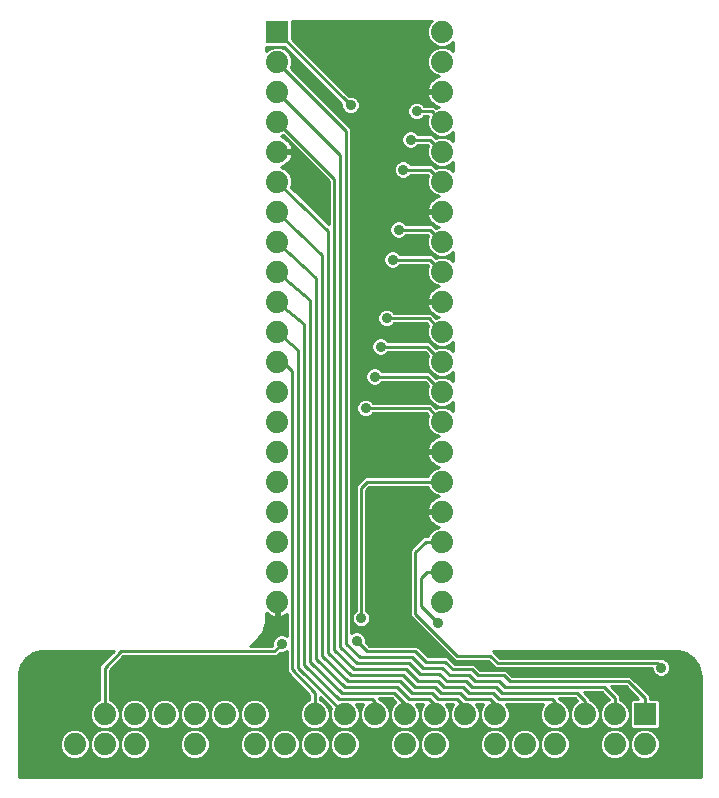
<source format=gbl>
G75*
%MOIN*%
%OFA0B0*%
%FSLAX24Y24*%
%IPPOS*%
%LPD*%
%AMOC8*
5,1,8,0,0,1.08239X$1,22.5*
%
%ADD10R,0.0740X0.0740*%
%ADD11C,0.0740*%
%ADD12C,0.0100*%
%ADD13C,0.0350*%
D10*
X021150Y002400D03*
X008900Y025150D03*
D11*
X008900Y024150D03*
X008900Y023150D03*
X008900Y022150D03*
X008900Y021150D03*
X008900Y020150D03*
X008900Y019150D03*
X008900Y018150D03*
X008900Y017150D03*
X008900Y016150D03*
X008900Y015150D03*
X008900Y014150D03*
X008900Y013150D03*
X008900Y012150D03*
X008900Y011150D03*
X008900Y010150D03*
X008900Y009150D03*
X008900Y008150D03*
X008900Y007150D03*
X008900Y006150D03*
X009150Y002400D03*
X009150Y001400D03*
X010150Y001400D03*
X010150Y002400D03*
X011150Y002400D03*
X011150Y001400D03*
X012150Y001400D03*
X012150Y002400D03*
X013150Y002400D03*
X013150Y001400D03*
X014150Y001400D03*
X014150Y002400D03*
X015150Y002400D03*
X015150Y001400D03*
X016150Y001400D03*
X016150Y002400D03*
X017150Y002400D03*
X017150Y001400D03*
X018150Y001400D03*
X018150Y002400D03*
X019150Y002400D03*
X019150Y001400D03*
X020150Y001400D03*
X020150Y002400D03*
X021150Y001400D03*
X014400Y006150D03*
X014400Y007150D03*
X014400Y008150D03*
X014400Y009150D03*
X014400Y010150D03*
X014400Y011150D03*
X014400Y012150D03*
X014400Y013150D03*
X014400Y014150D03*
X014400Y015150D03*
X014400Y016150D03*
X014400Y017150D03*
X014400Y018150D03*
X014400Y019150D03*
X014400Y020150D03*
X014400Y021150D03*
X014400Y022150D03*
X014400Y023150D03*
X014400Y024150D03*
X014400Y025150D03*
X008150Y002400D03*
X008150Y001400D03*
X007150Y001400D03*
X007150Y002400D03*
X006150Y002400D03*
X006150Y001400D03*
X005150Y001400D03*
X005150Y002400D03*
X004150Y002400D03*
X004150Y001400D03*
X003150Y001400D03*
X003150Y002400D03*
X002150Y002400D03*
X002150Y001400D03*
D12*
X000285Y000285D02*
X000285Y003650D01*
X000296Y003785D01*
X000379Y004043D01*
X000538Y004262D01*
X000757Y004421D01*
X001015Y004504D01*
X001150Y004515D01*
X003460Y004515D01*
X002970Y004025D01*
X002970Y002867D01*
X002867Y002824D01*
X002726Y002683D01*
X002650Y002499D01*
X002650Y002301D01*
X002726Y002117D01*
X002867Y001976D01*
X003051Y001900D01*
X002867Y001824D01*
X002726Y001683D01*
X002650Y001499D01*
X002650Y001301D01*
X002726Y001117D01*
X002867Y000976D01*
X003051Y000900D01*
X003249Y000900D01*
X003433Y000976D01*
X003574Y001117D01*
X003650Y001301D01*
X003726Y001117D01*
X003867Y000976D01*
X004051Y000900D01*
X004249Y000900D01*
X004433Y000976D01*
X004574Y001117D01*
X004650Y001301D01*
X004650Y001499D01*
X004574Y001683D01*
X004433Y001824D01*
X004249Y001900D01*
X004433Y001976D01*
X004574Y002117D01*
X004650Y002301D01*
X004726Y002117D01*
X004867Y001976D01*
X005051Y001900D01*
X005249Y001900D01*
X005433Y001976D01*
X005574Y002117D01*
X005650Y002301D01*
X005726Y002117D01*
X005867Y001976D01*
X006051Y001900D01*
X006249Y001900D01*
X006433Y001976D01*
X006574Y002117D01*
X006650Y002301D01*
X006726Y002117D01*
X006867Y001976D01*
X007051Y001900D01*
X007249Y001900D01*
X007433Y001976D01*
X007574Y002117D01*
X007650Y002301D01*
X007726Y002117D01*
X007867Y001976D01*
X008051Y001900D01*
X008249Y001900D01*
X008433Y001976D01*
X008574Y002117D01*
X008650Y002301D01*
X008650Y002499D01*
X008574Y002683D01*
X008433Y002824D01*
X008249Y002900D01*
X008051Y002900D01*
X007867Y002824D01*
X007726Y002683D01*
X007650Y002499D01*
X007650Y002301D01*
X007650Y002499D01*
X007574Y002683D01*
X007433Y002824D01*
X007249Y002900D01*
X007051Y002900D01*
X006867Y002824D01*
X006726Y002683D01*
X006650Y002499D01*
X006650Y002301D01*
X006650Y002499D01*
X006574Y002683D01*
X006433Y002824D01*
X006249Y002900D01*
X006051Y002900D01*
X005867Y002824D01*
X005726Y002683D01*
X005650Y002499D01*
X005650Y002301D01*
X005650Y002499D01*
X005574Y002683D01*
X005433Y002824D01*
X005249Y002900D01*
X005051Y002900D01*
X004867Y002824D01*
X004726Y002683D01*
X004650Y002499D01*
X004650Y002301D01*
X004650Y002499D01*
X004574Y002683D01*
X004433Y002824D01*
X004249Y002900D01*
X004051Y002900D01*
X003867Y002824D01*
X003726Y002683D01*
X003650Y002499D01*
X003650Y002301D01*
X003726Y002117D01*
X003867Y001976D01*
X004051Y001900D01*
X004249Y001900D01*
X004051Y001900D01*
X003867Y001824D01*
X003726Y001683D01*
X003650Y001499D01*
X003650Y001301D01*
X003650Y001499D01*
X003574Y001683D01*
X003433Y001824D01*
X003249Y001900D01*
X003051Y001900D01*
X003249Y001900D01*
X003433Y001976D01*
X003574Y002117D01*
X003650Y002301D01*
X003650Y002499D01*
X003574Y002683D01*
X003433Y002824D01*
X003330Y002867D01*
X003330Y003875D01*
X003775Y004320D01*
X008875Y004320D01*
X009000Y004445D01*
X009111Y004445D01*
X009220Y004490D01*
X009220Y003903D01*
X009218Y003831D01*
X009220Y003829D01*
X009220Y003825D01*
X009271Y003775D01*
X009970Y003029D01*
X009970Y002867D01*
X009867Y002824D01*
X009726Y002683D01*
X009650Y002499D01*
X009650Y002301D01*
X009726Y002117D01*
X009867Y001976D01*
X010051Y001900D01*
X009867Y001824D01*
X009726Y001683D01*
X009650Y001499D01*
X009574Y001683D01*
X009433Y001824D01*
X009249Y001900D01*
X009051Y001900D01*
X008867Y001824D01*
X008726Y001683D01*
X008650Y001499D01*
X008650Y001301D01*
X008726Y001117D01*
X008867Y000976D01*
X009051Y000900D01*
X009249Y000900D01*
X009433Y000976D01*
X009574Y001117D01*
X009650Y001301D01*
X009650Y001499D01*
X009650Y001301D01*
X009726Y001117D01*
X009867Y000976D01*
X010051Y000900D01*
X010249Y000900D01*
X010433Y000976D01*
X010574Y001117D01*
X010650Y001301D01*
X010726Y001117D01*
X010867Y000976D01*
X011051Y000900D01*
X011249Y000900D01*
X011433Y000976D01*
X011574Y001117D01*
X011650Y001301D01*
X011650Y001499D01*
X011574Y001683D01*
X011433Y001824D01*
X011249Y001900D01*
X011051Y001900D01*
X010867Y001824D01*
X010726Y001683D01*
X010650Y001499D01*
X010650Y001301D01*
X010650Y001499D01*
X010574Y001683D01*
X010433Y001824D01*
X010249Y001900D01*
X010051Y001900D01*
X010249Y001900D01*
X010433Y001976D01*
X010574Y002117D01*
X010650Y002301D01*
X010726Y002117D01*
X010867Y001976D01*
X011051Y001900D01*
X011249Y001900D01*
X011433Y001976D01*
X011574Y002117D01*
X011650Y002301D01*
X011726Y002117D01*
X011867Y001976D01*
X012051Y001900D01*
X012249Y001900D01*
X012433Y001976D01*
X012574Y002117D01*
X012650Y002301D01*
X012726Y002117D01*
X012867Y001976D01*
X013051Y001900D01*
X012867Y001824D01*
X012726Y001683D01*
X012650Y001499D01*
X012650Y001301D01*
X012726Y001117D01*
X012867Y000976D01*
X013051Y000900D01*
X013249Y000900D01*
X013433Y000976D01*
X013574Y001117D01*
X013650Y001301D01*
X013726Y001117D01*
X013867Y000976D01*
X014051Y000900D01*
X014249Y000900D01*
X014433Y000976D01*
X014574Y001117D01*
X014650Y001301D01*
X014650Y001499D01*
X014574Y001683D01*
X014433Y001824D01*
X014249Y001900D01*
X014051Y001900D01*
X013867Y001824D01*
X013726Y001683D01*
X013650Y001499D01*
X013650Y001301D01*
X013650Y001499D01*
X013574Y001683D01*
X013433Y001824D01*
X013249Y001900D01*
X013051Y001900D01*
X013249Y001900D01*
X013433Y001976D01*
X013574Y002117D01*
X013650Y002301D01*
X013726Y002117D01*
X013867Y001976D01*
X014051Y001900D01*
X014249Y001900D01*
X014433Y001976D01*
X014574Y002117D01*
X014650Y002301D01*
X014726Y002117D01*
X014867Y001976D01*
X015051Y001900D01*
X015249Y001900D01*
X015433Y001976D01*
X015574Y002117D01*
X015650Y002301D01*
X015726Y002117D01*
X015867Y001976D01*
X016051Y001900D01*
X015867Y001824D01*
X015726Y001683D01*
X015650Y001499D01*
X015650Y001301D01*
X015726Y001117D01*
X015867Y000976D01*
X016051Y000900D01*
X016249Y000900D01*
X016433Y000976D01*
X016574Y001117D01*
X016650Y001301D01*
X016650Y001499D01*
X016574Y001683D01*
X016433Y001824D01*
X016249Y001900D01*
X016051Y001900D01*
X016249Y001900D01*
X016433Y001976D01*
X016574Y002117D01*
X016650Y002301D01*
X016650Y002499D01*
X016574Y002683D01*
X016537Y002720D01*
X017763Y002720D01*
X017726Y002683D01*
X017650Y002499D01*
X017650Y002301D01*
X017726Y002117D01*
X017867Y001976D01*
X018051Y001900D01*
X017867Y001824D01*
X017726Y001683D01*
X017650Y001499D01*
X017574Y001683D01*
X017433Y001824D01*
X017249Y001900D01*
X017051Y001900D01*
X016867Y001824D01*
X016726Y001683D01*
X016650Y001499D01*
X016650Y001301D01*
X016726Y001117D01*
X016867Y000976D01*
X017051Y000900D01*
X017249Y000900D01*
X017433Y000976D01*
X017574Y001117D01*
X017650Y001301D01*
X017650Y001499D01*
X017650Y001301D01*
X017726Y001117D01*
X017867Y000976D01*
X018051Y000900D01*
X018249Y000900D01*
X018433Y000976D01*
X018574Y001117D01*
X018650Y001301D01*
X018650Y001499D01*
X018574Y001683D01*
X018433Y001824D01*
X018249Y001900D01*
X018051Y001900D01*
X018249Y001900D01*
X018433Y001976D01*
X018574Y002117D01*
X018650Y002301D01*
X018726Y002117D01*
X018867Y001976D01*
X019051Y001900D01*
X019249Y001900D01*
X019433Y001976D01*
X019574Y002117D01*
X019650Y002301D01*
X019726Y002117D01*
X019867Y001976D01*
X020051Y001900D01*
X019867Y001824D01*
X019726Y001683D01*
X019650Y001499D01*
X019650Y001301D01*
X019726Y001117D01*
X019867Y000976D01*
X020051Y000900D01*
X020249Y000900D01*
X020433Y000976D01*
X020574Y001117D01*
X020650Y001301D01*
X020650Y001499D01*
X020574Y001683D01*
X020433Y001824D01*
X020249Y001900D01*
X020051Y001900D01*
X020249Y001900D01*
X020433Y001976D01*
X020574Y002117D01*
X020650Y002301D01*
X020650Y002499D01*
X020574Y002683D01*
X020433Y002824D01*
X020330Y002867D01*
X020330Y003025D01*
X020035Y003320D01*
X020525Y003320D01*
X020945Y002900D01*
X020726Y002900D01*
X020650Y002824D01*
X020650Y001976D01*
X020726Y001900D01*
X021574Y001900D01*
X021650Y001976D01*
X021650Y002824D01*
X021574Y002900D01*
X021330Y002900D01*
X021330Y003025D01*
X020780Y003575D01*
X020675Y003680D01*
X016725Y003680D01*
X016630Y003775D01*
X016525Y003880D01*
X015675Y003880D01*
X015580Y003975D01*
X015475Y004080D01*
X014825Y004080D01*
X014680Y004225D01*
X014575Y004330D01*
X013925Y004330D01*
X013575Y004680D01*
X011975Y004680D01*
X011855Y004800D01*
X011855Y004911D01*
X011809Y005023D01*
X011723Y005109D01*
X011611Y005155D01*
X011489Y005155D01*
X011380Y005110D01*
X011380Y021925D01*
X009357Y023947D01*
X009400Y024051D01*
X009400Y024249D01*
X009324Y024433D01*
X009183Y024574D01*
X008999Y024650D01*
X008801Y024650D01*
X008617Y024574D01*
X008535Y024492D01*
X008535Y024650D01*
X009145Y024650D01*
X011045Y022750D01*
X011045Y022639D01*
X011091Y022527D01*
X011177Y022441D01*
X011289Y022395D01*
X011411Y022395D01*
X011523Y022441D01*
X011609Y022527D01*
X011655Y022639D01*
X011655Y022761D01*
X011609Y022873D01*
X011523Y022959D01*
X011411Y023005D01*
X011300Y023005D01*
X009400Y024905D01*
X009400Y025515D01*
X014058Y025515D01*
X013976Y025433D01*
X013900Y025249D01*
X013900Y025051D01*
X013976Y024867D01*
X014117Y024726D01*
X014301Y024650D01*
X014117Y024574D01*
X013976Y024433D01*
X013900Y024249D01*
X013900Y024051D01*
X013976Y023867D01*
X014117Y023726D01*
X014282Y023658D01*
X014278Y023657D01*
X014200Y023632D01*
X014127Y023595D01*
X014061Y023547D01*
X014003Y023489D01*
X013955Y023423D01*
X013918Y023350D01*
X013893Y023272D01*
X013881Y023200D01*
X014350Y023200D01*
X014350Y023100D01*
X013881Y023100D01*
X013893Y023028D01*
X013918Y022950D01*
X013955Y022877D01*
X014003Y022811D01*
X014061Y022753D01*
X014127Y022705D01*
X014200Y022668D01*
X014278Y022643D01*
X014282Y022642D01*
X014197Y022607D01*
X014125Y022680D01*
X013801Y022680D01*
X013723Y022759D01*
X013611Y022805D01*
X013489Y022805D01*
X013377Y022759D01*
X013291Y022673D01*
X013245Y022561D01*
X013245Y022439D01*
X013291Y022327D01*
X013377Y022241D01*
X013489Y022195D01*
X013611Y022195D01*
X013723Y022241D01*
X013801Y022320D01*
X013929Y022320D01*
X013900Y022249D01*
X013900Y022051D01*
X013976Y021867D01*
X014117Y021726D01*
X014301Y021650D01*
X014197Y021607D01*
X014075Y021730D01*
X013601Y021730D01*
X013523Y021809D01*
X013411Y021855D01*
X013289Y021855D01*
X013177Y021809D01*
X013091Y021723D01*
X013045Y021611D01*
X013045Y021489D01*
X013091Y021377D01*
X013177Y021291D01*
X013289Y021245D01*
X013411Y021245D01*
X013523Y021291D01*
X013601Y021370D01*
X013925Y021370D01*
X013943Y021353D01*
X013900Y021249D01*
X013900Y021051D01*
X013976Y020867D01*
X014117Y020726D01*
X014301Y020650D01*
X014197Y020607D01*
X014075Y020730D01*
X013351Y020730D01*
X013273Y020809D01*
X013161Y020855D01*
X013039Y020855D01*
X012927Y020809D01*
X012841Y020723D01*
X012795Y020611D01*
X012795Y020489D01*
X012841Y020377D01*
X012927Y020291D01*
X013039Y020245D01*
X013161Y020245D01*
X013273Y020291D01*
X013351Y020370D01*
X013925Y020370D01*
X013943Y020353D01*
X013900Y020249D01*
X013900Y020051D01*
X013976Y019867D01*
X014117Y019726D01*
X014282Y019658D01*
X014278Y019657D01*
X014200Y019632D01*
X014127Y019595D01*
X014061Y019547D01*
X014003Y019489D01*
X013955Y019423D01*
X013918Y019350D01*
X013893Y019272D01*
X013881Y019200D01*
X014350Y019200D01*
X014350Y019100D01*
X013881Y019100D01*
X013893Y019028D01*
X013918Y018950D01*
X013955Y018877D01*
X014003Y018811D01*
X014061Y018753D01*
X014127Y018705D01*
X014200Y018668D01*
X014278Y018643D01*
X014282Y018642D01*
X014197Y018607D01*
X014075Y018730D01*
X013201Y018730D01*
X013123Y018809D01*
X013011Y018855D01*
X012889Y018855D01*
X012777Y018809D01*
X012691Y018723D01*
X012645Y018611D01*
X012645Y018489D01*
X012691Y018377D01*
X012777Y018291D01*
X012889Y018245D01*
X013011Y018245D01*
X013123Y018291D01*
X013201Y018370D01*
X013925Y018370D01*
X013943Y018353D01*
X013900Y018249D01*
X013900Y018051D01*
X013976Y017867D01*
X014117Y017726D01*
X014301Y017650D01*
X014197Y017607D01*
X014075Y017730D01*
X013001Y017730D01*
X012923Y017809D01*
X012811Y017855D01*
X012689Y017855D01*
X012577Y017809D01*
X012491Y017723D01*
X012445Y017611D01*
X012445Y017489D01*
X012491Y017377D01*
X012577Y017291D01*
X012689Y017245D01*
X012811Y017245D01*
X012923Y017291D01*
X013001Y017370D01*
X013925Y017370D01*
X013943Y017353D01*
X013900Y017249D01*
X013900Y017051D01*
X013976Y016867D01*
X014117Y016726D01*
X014282Y016658D01*
X014278Y016657D01*
X014200Y016632D01*
X014127Y016595D01*
X014061Y016547D01*
X014003Y016489D01*
X013955Y016423D01*
X013918Y016350D01*
X013893Y016272D01*
X013881Y016200D01*
X014350Y016200D01*
X014350Y016100D01*
X013881Y016100D01*
X013893Y016028D01*
X013918Y015950D01*
X013955Y015877D01*
X014003Y015811D01*
X014061Y015753D01*
X014127Y015705D01*
X014200Y015668D01*
X014278Y015643D01*
X014282Y015642D01*
X014197Y015607D01*
X014025Y015780D01*
X012801Y015780D01*
X012723Y015859D01*
X012611Y015905D01*
X012489Y015905D01*
X012377Y015859D01*
X012291Y015773D01*
X012245Y015661D01*
X012245Y015539D01*
X012291Y015427D01*
X012377Y015341D01*
X012489Y015295D01*
X012611Y015295D01*
X012723Y015341D01*
X012801Y015420D01*
X013875Y015420D01*
X013943Y015353D01*
X013900Y015249D01*
X013900Y015051D01*
X013976Y014867D01*
X014117Y014726D01*
X014301Y014650D01*
X014197Y014607D01*
X013975Y014830D01*
X012601Y014830D01*
X012523Y014909D01*
X012411Y014955D01*
X012289Y014955D01*
X012177Y014909D01*
X012091Y014823D01*
X012045Y014711D01*
X012045Y014589D01*
X012091Y014477D01*
X012177Y014391D01*
X012289Y014345D01*
X012411Y014345D01*
X012523Y014391D01*
X012601Y014470D01*
X013825Y014470D01*
X013943Y014353D01*
X013900Y014249D01*
X013900Y014051D01*
X013976Y013867D01*
X014117Y013726D01*
X014301Y013650D01*
X014197Y013607D01*
X013975Y013830D01*
X012401Y013830D01*
X012323Y013909D01*
X012211Y013955D01*
X012089Y013955D01*
X011977Y013909D01*
X011891Y013823D01*
X011845Y013711D01*
X011845Y013589D01*
X011891Y013477D01*
X011977Y013391D01*
X012089Y013345D01*
X012211Y013345D01*
X012323Y013391D01*
X012401Y013470D01*
X013825Y013470D01*
X013943Y013353D01*
X013900Y013249D01*
X013900Y013051D01*
X013976Y012867D01*
X014117Y012726D01*
X014301Y012650D01*
X014197Y012607D01*
X014130Y012675D01*
X014025Y012780D01*
X012101Y012780D01*
X012023Y012859D01*
X011911Y012905D01*
X011789Y012905D01*
X011677Y012859D01*
X011591Y012773D01*
X011545Y012661D01*
X011545Y012539D01*
X011591Y012427D01*
X011677Y012341D01*
X011789Y012295D01*
X011911Y012295D01*
X012023Y012341D01*
X012101Y012420D01*
X013875Y012420D01*
X013943Y012353D01*
X013900Y012249D01*
X013900Y012051D01*
X013976Y011867D01*
X014117Y011726D01*
X014282Y011658D01*
X014278Y011657D01*
X014200Y011632D01*
X014127Y011595D01*
X014061Y011547D01*
X014003Y011489D01*
X013955Y011423D01*
X013918Y011350D01*
X013893Y011272D01*
X013881Y011200D01*
X014350Y011200D01*
X014350Y011100D01*
X013881Y011100D01*
X013893Y011028D01*
X013918Y010950D01*
X013955Y010877D01*
X014003Y010811D01*
X014061Y010753D01*
X014127Y010705D01*
X014200Y010668D01*
X014278Y010643D01*
X014282Y010642D01*
X014117Y010574D01*
X013976Y010433D01*
X013933Y010330D01*
X011825Y010330D01*
X011625Y010130D01*
X011520Y010025D01*
X011520Y005851D01*
X011441Y005773D01*
X011395Y005661D01*
X011395Y005539D01*
X011441Y005427D01*
X011527Y005341D01*
X011639Y005295D01*
X011761Y005295D01*
X011873Y005341D01*
X011959Y005427D01*
X012005Y005539D01*
X012005Y005661D01*
X011959Y005773D01*
X011880Y005851D01*
X011880Y009875D01*
X011975Y009970D01*
X013933Y009970D01*
X013976Y009867D01*
X014117Y009726D01*
X014282Y009658D01*
X014278Y009657D01*
X014200Y009632D01*
X014127Y009595D01*
X014061Y009547D01*
X014003Y009489D01*
X013955Y009423D01*
X013918Y009350D01*
X013893Y009272D01*
X013881Y009200D01*
X014350Y009200D01*
X014350Y009100D01*
X013881Y009100D01*
X013893Y009028D01*
X013918Y008950D01*
X013955Y008877D01*
X014003Y008811D01*
X014061Y008753D01*
X014127Y008705D01*
X014200Y008668D01*
X014278Y008643D01*
X014282Y008642D01*
X014117Y008574D01*
X013976Y008433D01*
X013933Y008330D01*
X013775Y008330D01*
X013670Y008225D01*
X013320Y007875D01*
X013320Y005675D01*
X013425Y005570D01*
X014825Y004170D01*
X015925Y004170D01*
X016175Y003920D01*
X021395Y003920D01*
X021395Y003889D01*
X021441Y003777D01*
X021527Y003691D01*
X021639Y003645D01*
X021761Y003645D01*
X021873Y003691D01*
X021959Y003777D01*
X022005Y003889D01*
X022005Y004011D01*
X021959Y004123D01*
X021873Y004209D01*
X021761Y004255D01*
X021650Y004255D01*
X021625Y004280D01*
X016325Y004280D01*
X016180Y004425D01*
X016090Y004515D01*
X022150Y004515D01*
X022285Y004504D01*
X022543Y004421D01*
X022762Y004262D01*
X022921Y004043D01*
X023004Y003785D01*
X023015Y003650D01*
X023015Y000285D01*
X000285Y000285D01*
X000285Y000347D02*
X023015Y000347D01*
X023015Y000446D02*
X000285Y000446D01*
X000285Y000544D02*
X023015Y000544D01*
X023015Y000643D02*
X000285Y000643D01*
X000285Y000741D02*
X023015Y000741D01*
X023015Y000840D02*
X000285Y000840D01*
X000285Y000938D02*
X001959Y000938D01*
X002051Y000900D02*
X002249Y000900D01*
X002433Y000976D01*
X002574Y001117D01*
X002650Y001301D01*
X002650Y001499D01*
X002574Y001683D01*
X002433Y001824D01*
X002249Y001900D01*
X002051Y001900D01*
X001867Y001824D01*
X001726Y001683D01*
X001650Y001499D01*
X001650Y001301D01*
X001726Y001117D01*
X001867Y000976D01*
X002051Y000900D01*
X001806Y001037D02*
X000285Y001037D01*
X000285Y001135D02*
X001719Y001135D01*
X001678Y001234D02*
X000285Y001234D01*
X000285Y001332D02*
X001650Y001332D01*
X001650Y001431D02*
X000285Y001431D01*
X000285Y001529D02*
X001662Y001529D01*
X001703Y001628D02*
X000285Y001628D01*
X000285Y001726D02*
X001769Y001726D01*
X001868Y001825D02*
X000285Y001825D01*
X000285Y001923D02*
X002995Y001923D01*
X002868Y001825D02*
X002432Y001825D01*
X002531Y001726D02*
X002769Y001726D01*
X002703Y001628D02*
X002597Y001628D01*
X002638Y001529D02*
X002662Y001529D01*
X002650Y001431D02*
X002650Y001431D01*
X002650Y001332D02*
X002650Y001332D01*
X002622Y001234D02*
X002678Y001234D01*
X002719Y001135D02*
X002581Y001135D01*
X002494Y001037D02*
X002806Y001037D01*
X002959Y000938D02*
X002341Y000938D01*
X003341Y000938D02*
X003959Y000938D01*
X003806Y001037D02*
X003494Y001037D01*
X003581Y001135D02*
X003719Y001135D01*
X003678Y001234D02*
X003622Y001234D01*
X003650Y001332D02*
X003650Y001332D01*
X003650Y001431D02*
X003650Y001431D01*
X003638Y001529D02*
X003662Y001529D01*
X003703Y001628D02*
X003597Y001628D01*
X003531Y001726D02*
X003769Y001726D01*
X003868Y001825D02*
X003432Y001825D01*
X003305Y001923D02*
X003995Y001923D01*
X003821Y002022D02*
X003479Y002022D01*
X003575Y002120D02*
X003725Y002120D01*
X003684Y002219D02*
X003616Y002219D01*
X003650Y002317D02*
X003650Y002317D01*
X003650Y002416D02*
X003650Y002416D01*
X003644Y002514D02*
X003656Y002514D01*
X003697Y002613D02*
X003603Y002613D01*
X003546Y002711D02*
X003754Y002711D01*
X003852Y002810D02*
X003448Y002810D01*
X003330Y002908D02*
X009970Y002908D01*
X009970Y003007D02*
X003330Y003007D01*
X003330Y003105D02*
X009899Y003105D01*
X009806Y003204D02*
X003330Y003204D01*
X003330Y003302D02*
X009714Y003302D01*
X009622Y003401D02*
X003330Y003401D01*
X003330Y003499D02*
X009529Y003499D01*
X009437Y003598D02*
X003330Y003598D01*
X003330Y003696D02*
X009345Y003696D01*
X009251Y003795D02*
X003330Y003795D01*
X003348Y003893D02*
X009220Y003893D01*
X009220Y003992D02*
X003446Y003992D01*
X003545Y004090D02*
X009220Y004090D01*
X009220Y004189D02*
X003643Y004189D01*
X003742Y004287D02*
X009220Y004287D01*
X009220Y004386D02*
X008940Y004386D01*
X008800Y004500D02*
X009050Y004750D01*
X008773Y004878D02*
X008242Y004878D01*
X008213Y004837D02*
X008424Y005128D01*
X008424Y005128D01*
X008535Y005470D01*
X008535Y005780D01*
X008561Y005753D01*
X008627Y005705D01*
X008700Y005668D01*
X008778Y005643D01*
X008850Y005631D01*
X008850Y006100D01*
X008950Y006100D01*
X008950Y005631D01*
X009022Y005643D01*
X009100Y005668D01*
X009173Y005705D01*
X009220Y005740D01*
X009220Y005010D01*
X009111Y005055D01*
X008989Y005055D01*
X008877Y005009D01*
X008791Y004923D01*
X008745Y004811D01*
X008745Y004700D01*
X008725Y004680D01*
X007996Y004680D01*
X008213Y004837D01*
X008213Y004837D01*
X008213Y004837D01*
X008133Y004780D02*
X008745Y004780D01*
X008726Y004681D02*
X007997Y004681D01*
X008314Y004977D02*
X008845Y004977D01*
X009220Y005174D02*
X008439Y005174D01*
X008471Y005272D02*
X009220Y005272D01*
X009220Y005371D02*
X008503Y005371D01*
X008535Y005469D02*
X009220Y005469D01*
X009220Y005568D02*
X008535Y005568D01*
X008535Y005666D02*
X008707Y005666D01*
X008850Y005666D02*
X008950Y005666D01*
X008950Y005765D02*
X008850Y005765D01*
X008850Y005863D02*
X008950Y005863D01*
X008950Y005962D02*
X008850Y005962D01*
X008850Y006060D02*
X008950Y006060D01*
X009093Y005666D02*
X009220Y005666D01*
X009220Y005075D02*
X008385Y005075D01*
X008800Y004500D02*
X003700Y004500D01*
X003150Y003950D01*
X003150Y002400D01*
X002852Y002810D02*
X000285Y002810D01*
X000285Y002908D02*
X002970Y002908D01*
X002970Y003007D02*
X000285Y003007D01*
X000285Y003105D02*
X002970Y003105D01*
X002970Y003204D02*
X000285Y003204D01*
X000285Y003302D02*
X002970Y003302D01*
X002970Y003401D02*
X000285Y003401D01*
X000285Y003499D02*
X002970Y003499D01*
X002970Y003598D02*
X000285Y003598D01*
X000289Y003696D02*
X002970Y003696D01*
X002970Y003795D02*
X000299Y003795D01*
X000331Y003893D02*
X002970Y003893D01*
X002970Y003992D02*
X000363Y003992D01*
X000414Y004090D02*
X003035Y004090D01*
X003134Y004189D02*
X000485Y004189D01*
X000573Y004287D02*
X003232Y004287D01*
X003331Y004386D02*
X000709Y004386D01*
X000952Y004484D02*
X003429Y004484D01*
X002754Y002711D02*
X000285Y002711D01*
X000285Y002613D02*
X002697Y002613D01*
X002656Y002514D02*
X000285Y002514D01*
X000285Y002416D02*
X002650Y002416D01*
X002650Y002317D02*
X000285Y002317D01*
X000285Y002219D02*
X002684Y002219D01*
X002725Y002120D02*
X000285Y002120D01*
X000285Y002022D02*
X002821Y002022D01*
X004305Y001923D02*
X004995Y001923D01*
X004821Y002022D02*
X004479Y002022D01*
X004575Y002120D02*
X004725Y002120D01*
X004684Y002219D02*
X004616Y002219D01*
X004650Y002317D02*
X004650Y002317D01*
X004650Y002416D02*
X004650Y002416D01*
X004644Y002514D02*
X004656Y002514D01*
X004697Y002613D02*
X004603Y002613D01*
X004546Y002711D02*
X004754Y002711D01*
X004852Y002810D02*
X004448Y002810D01*
X004432Y001825D02*
X005868Y001825D01*
X005867Y001824D02*
X005726Y001683D01*
X005650Y001499D01*
X005650Y001301D01*
X005726Y001117D01*
X005867Y000976D01*
X006051Y000900D01*
X006249Y000900D01*
X006433Y000976D01*
X006574Y001117D01*
X006650Y001301D01*
X006650Y001499D01*
X006574Y001683D01*
X006433Y001824D01*
X006249Y001900D01*
X006051Y001900D01*
X005867Y001824D01*
X005769Y001726D02*
X004531Y001726D01*
X004597Y001628D02*
X005703Y001628D01*
X005662Y001529D02*
X004638Y001529D01*
X004650Y001431D02*
X005650Y001431D01*
X005650Y001332D02*
X004650Y001332D01*
X004622Y001234D02*
X005678Y001234D01*
X005719Y001135D02*
X004581Y001135D01*
X004494Y001037D02*
X005806Y001037D01*
X005959Y000938D02*
X004341Y000938D01*
X005305Y001923D02*
X005995Y001923D01*
X005821Y002022D02*
X005479Y002022D01*
X005575Y002120D02*
X005725Y002120D01*
X005684Y002219D02*
X005616Y002219D01*
X005650Y002317D02*
X005650Y002317D01*
X005650Y002416D02*
X005650Y002416D01*
X005644Y002514D02*
X005656Y002514D01*
X005697Y002613D02*
X005603Y002613D01*
X005546Y002711D02*
X005754Y002711D01*
X005852Y002810D02*
X005448Y002810D01*
X006448Y002810D02*
X006852Y002810D01*
X006754Y002711D02*
X006546Y002711D01*
X006603Y002613D02*
X006697Y002613D01*
X006656Y002514D02*
X006644Y002514D01*
X006650Y002416D02*
X006650Y002416D01*
X006650Y002317D02*
X006650Y002317D01*
X006616Y002219D02*
X006684Y002219D01*
X006725Y002120D02*
X006575Y002120D01*
X006479Y002022D02*
X006821Y002022D01*
X006995Y001923D02*
X006305Y001923D01*
X006432Y001825D02*
X007868Y001825D01*
X007867Y001824D02*
X007726Y001683D01*
X007650Y001499D01*
X007650Y001301D01*
X007726Y001117D01*
X007867Y000976D01*
X008051Y000900D01*
X008249Y000900D01*
X008433Y000976D01*
X008574Y001117D01*
X008650Y001301D01*
X008650Y001499D01*
X008574Y001683D01*
X008433Y001824D01*
X008249Y001900D01*
X008051Y001900D01*
X007867Y001824D01*
X007769Y001726D02*
X006531Y001726D01*
X006597Y001628D02*
X007703Y001628D01*
X007662Y001529D02*
X006638Y001529D01*
X006650Y001431D02*
X007650Y001431D01*
X007650Y001332D02*
X006650Y001332D01*
X006622Y001234D02*
X007678Y001234D01*
X007719Y001135D02*
X006581Y001135D01*
X006494Y001037D02*
X007806Y001037D01*
X007959Y000938D02*
X006341Y000938D01*
X007305Y001923D02*
X007995Y001923D01*
X007821Y002022D02*
X007479Y002022D01*
X007575Y002120D02*
X007725Y002120D01*
X007684Y002219D02*
X007616Y002219D01*
X007650Y002317D02*
X007650Y002317D01*
X007650Y002416D02*
X007650Y002416D01*
X007644Y002514D02*
X007656Y002514D01*
X007697Y002613D02*
X007603Y002613D01*
X007546Y002711D02*
X007754Y002711D01*
X007852Y002810D02*
X007448Y002810D01*
X008305Y001923D02*
X009995Y001923D01*
X009868Y001825D02*
X009432Y001825D01*
X009531Y001726D02*
X009769Y001726D01*
X009703Y001628D02*
X009597Y001628D01*
X009638Y001529D02*
X009662Y001529D01*
X009650Y001431D02*
X009650Y001431D01*
X009650Y001332D02*
X009650Y001332D01*
X009622Y001234D02*
X009678Y001234D01*
X009719Y001135D02*
X009581Y001135D01*
X009494Y001037D02*
X009806Y001037D01*
X009959Y000938D02*
X009341Y000938D01*
X008959Y000938D02*
X008341Y000938D01*
X008494Y001037D02*
X008806Y001037D01*
X008719Y001135D02*
X008581Y001135D01*
X008622Y001234D02*
X008678Y001234D01*
X008650Y001332D02*
X008650Y001332D01*
X008650Y001431D02*
X008650Y001431D01*
X008638Y001529D02*
X008662Y001529D01*
X008703Y001628D02*
X008597Y001628D01*
X008531Y001726D02*
X008769Y001726D01*
X008868Y001825D02*
X008432Y001825D01*
X008479Y002022D02*
X009821Y002022D01*
X009725Y002120D02*
X008575Y002120D01*
X008616Y002219D02*
X009684Y002219D01*
X009650Y002317D02*
X008650Y002317D01*
X008650Y002416D02*
X009650Y002416D01*
X009656Y002514D02*
X008644Y002514D01*
X008603Y002613D02*
X009697Y002613D01*
X009754Y002711D02*
X008546Y002711D01*
X008448Y002810D02*
X009852Y002810D01*
X010150Y003100D02*
X010150Y002400D01*
X010330Y002867D02*
X010433Y002824D01*
X010574Y002683D01*
X010650Y002499D01*
X010650Y002301D01*
X010650Y002499D01*
X010693Y002603D01*
X010330Y002965D01*
X010330Y002867D01*
X010330Y002908D02*
X010387Y002908D01*
X010448Y002810D02*
X010486Y002810D01*
X010546Y002711D02*
X010584Y002711D01*
X010603Y002613D02*
X010683Y002613D01*
X010656Y002514D02*
X010644Y002514D01*
X010650Y002416D02*
X010650Y002416D01*
X010650Y002317D02*
X010650Y002317D01*
X010616Y002219D02*
X010684Y002219D01*
X010725Y002120D02*
X010575Y002120D01*
X010479Y002022D02*
X010821Y002022D01*
X010995Y001923D02*
X010305Y001923D01*
X010432Y001825D02*
X010868Y001825D01*
X010769Y001726D02*
X010531Y001726D01*
X010597Y001628D02*
X010703Y001628D01*
X010662Y001529D02*
X010638Y001529D01*
X010650Y001431D02*
X010650Y001431D01*
X010650Y001332D02*
X010650Y001332D01*
X010622Y001234D02*
X010678Y001234D01*
X010719Y001135D02*
X010581Y001135D01*
X010494Y001037D02*
X010806Y001037D01*
X010959Y000938D02*
X010341Y000938D01*
X011341Y000938D02*
X012959Y000938D01*
X012806Y001037D02*
X011494Y001037D01*
X011581Y001135D02*
X012719Y001135D01*
X012678Y001234D02*
X011622Y001234D01*
X011650Y001332D02*
X012650Y001332D01*
X012650Y001431D02*
X011650Y001431D01*
X011638Y001529D02*
X012662Y001529D01*
X012703Y001628D02*
X011597Y001628D01*
X011531Y001726D02*
X012769Y001726D01*
X012868Y001825D02*
X011432Y001825D01*
X011305Y001923D02*
X011995Y001923D01*
X011821Y002022D02*
X011479Y002022D01*
X011575Y002120D02*
X011725Y002120D01*
X011684Y002219D02*
X011616Y002219D01*
X011650Y002301D02*
X011650Y002499D01*
X011726Y002683D01*
X011763Y002720D01*
X011537Y002720D01*
X011574Y002683D01*
X011650Y002499D01*
X011650Y002301D01*
X011650Y002317D02*
X011650Y002317D01*
X011650Y002416D02*
X011650Y002416D01*
X011644Y002514D02*
X011656Y002514D01*
X011697Y002613D02*
X011603Y002613D01*
X011546Y002711D02*
X011754Y002711D01*
X012050Y002900D02*
X010950Y002900D01*
X009800Y004050D01*
X009800Y015400D01*
X008900Y016150D01*
X008900Y015150D02*
X009600Y014550D01*
X009600Y003950D01*
X011150Y002400D01*
X011050Y003100D02*
X012800Y003100D01*
X013150Y002750D01*
X013150Y002400D01*
X012844Y002801D02*
X012726Y002683D01*
X012650Y002499D01*
X012650Y002301D01*
X012650Y002499D01*
X012574Y002683D01*
X012433Y002824D01*
X012330Y002867D01*
X012330Y002875D01*
X012285Y002920D01*
X012725Y002920D01*
X012844Y002801D01*
X012836Y002810D02*
X012448Y002810D01*
X012546Y002711D02*
X012754Y002711D01*
X012697Y002613D02*
X012603Y002613D01*
X012644Y002514D02*
X012656Y002514D01*
X012650Y002416D02*
X012650Y002416D01*
X012650Y002317D02*
X012650Y002317D01*
X012616Y002219D02*
X012684Y002219D01*
X012725Y002120D02*
X012575Y002120D01*
X012479Y002022D02*
X012821Y002022D01*
X012995Y001923D02*
X012305Y001923D01*
X012150Y002400D02*
X012150Y002800D01*
X012050Y002900D01*
X012297Y002908D02*
X012737Y002908D01*
X012900Y003300D02*
X013300Y002900D01*
X013950Y002900D01*
X014150Y002700D01*
X014150Y002400D01*
X013763Y002720D02*
X013726Y002683D01*
X013650Y002499D01*
X013650Y002301D01*
X013650Y002499D01*
X013574Y002683D01*
X013537Y002720D01*
X013763Y002720D01*
X013754Y002711D02*
X013546Y002711D01*
X013603Y002613D02*
X013697Y002613D01*
X013656Y002514D02*
X013644Y002514D01*
X013650Y002416D02*
X013650Y002416D01*
X013650Y002317D02*
X013650Y002317D01*
X013616Y002219D02*
X013684Y002219D01*
X013725Y002120D02*
X013575Y002120D01*
X013479Y002022D02*
X013821Y002022D01*
X013995Y001923D02*
X013305Y001923D01*
X013432Y001825D02*
X013868Y001825D01*
X013769Y001726D02*
X013531Y001726D01*
X013597Y001628D02*
X013703Y001628D01*
X013662Y001529D02*
X013638Y001529D01*
X013650Y001431D02*
X013650Y001431D01*
X013650Y001332D02*
X013650Y001332D01*
X013622Y001234D02*
X013678Y001234D01*
X013719Y001135D02*
X013581Y001135D01*
X013494Y001037D02*
X013806Y001037D01*
X013959Y000938D02*
X013341Y000938D01*
X014341Y000938D02*
X015959Y000938D01*
X015806Y001037D02*
X014494Y001037D01*
X014581Y001135D02*
X015719Y001135D01*
X015678Y001234D02*
X014622Y001234D01*
X014650Y001332D02*
X015650Y001332D01*
X015650Y001431D02*
X014650Y001431D01*
X014638Y001529D02*
X015662Y001529D01*
X015703Y001628D02*
X014597Y001628D01*
X014531Y001726D02*
X015769Y001726D01*
X015868Y001825D02*
X014432Y001825D01*
X014305Y001923D02*
X014995Y001923D01*
X014821Y002022D02*
X014479Y002022D01*
X014575Y002120D02*
X014725Y002120D01*
X014684Y002219D02*
X014616Y002219D01*
X014650Y002301D02*
X014650Y002499D01*
X014726Y002683D01*
X014763Y002720D01*
X014537Y002720D01*
X014574Y002683D01*
X014650Y002499D01*
X014650Y002301D01*
X014650Y002317D02*
X014650Y002317D01*
X014650Y002416D02*
X014650Y002416D01*
X014644Y002514D02*
X014656Y002514D01*
X014697Y002613D02*
X014603Y002613D01*
X014546Y002711D02*
X014754Y002711D01*
X014900Y002900D02*
X015150Y002650D01*
X015150Y002400D01*
X015603Y002613D02*
X015697Y002613D01*
X015726Y002683D02*
X015650Y002499D01*
X015650Y002301D01*
X015650Y002499D01*
X015574Y002683D01*
X015537Y002720D01*
X015763Y002720D01*
X015726Y002683D01*
X015754Y002711D02*
X015546Y002711D01*
X015644Y002514D02*
X015656Y002514D01*
X015650Y002416D02*
X015650Y002416D01*
X015650Y002317D02*
X015650Y002317D01*
X015616Y002219D02*
X015684Y002219D01*
X015725Y002120D02*
X015575Y002120D01*
X015479Y002022D02*
X015821Y002022D01*
X015995Y001923D02*
X015305Y001923D01*
X015650Y001900D02*
X015150Y001400D01*
X015650Y001900D02*
X016900Y001900D01*
X017150Y002150D01*
X017150Y002400D01*
X016650Y002416D02*
X017650Y002416D01*
X017656Y002514D02*
X016644Y002514D01*
X016603Y002613D02*
X017697Y002613D01*
X017754Y002711D02*
X016546Y002711D01*
X016300Y002900D02*
X016100Y003100D01*
X015300Y003100D01*
X015100Y003300D01*
X014450Y003300D01*
X014250Y003500D01*
X013600Y003500D01*
X013200Y003900D01*
X011450Y003900D01*
X010800Y004550D01*
X010800Y020250D01*
X008900Y022150D01*
X009103Y021693D02*
X010620Y020175D01*
X010620Y018731D01*
X009360Y019954D01*
X009400Y020051D01*
X009400Y020249D01*
X009324Y020433D01*
X009183Y020574D01*
X009018Y020642D01*
X009022Y020643D01*
X009100Y020668D01*
X009173Y020705D01*
X009239Y020753D01*
X009297Y020811D01*
X009345Y020877D01*
X009382Y020950D01*
X009407Y021028D01*
X009419Y021100D01*
X008950Y021100D01*
X008950Y021200D01*
X009419Y021200D01*
X009407Y021272D01*
X009382Y021350D01*
X009345Y021423D01*
X009297Y021489D01*
X009239Y021547D01*
X009173Y021595D01*
X009100Y021632D01*
X009022Y021657D01*
X009018Y021658D01*
X009103Y021693D01*
X009117Y021623D02*
X009172Y021623D01*
X009261Y021525D02*
X009271Y021525D01*
X009342Y021426D02*
X009369Y021426D01*
X009389Y021328D02*
X009468Y021328D01*
X009414Y021229D02*
X009566Y021229D01*
X009665Y021131D02*
X008950Y021131D01*
X009314Y020835D02*
X009960Y020835D01*
X009862Y020934D02*
X009373Y020934D01*
X009408Y021032D02*
X009763Y021032D01*
X010059Y020737D02*
X009216Y020737D01*
X009218Y020540D02*
X010256Y020540D01*
X010157Y020638D02*
X009028Y020638D01*
X009316Y020441D02*
X010354Y020441D01*
X010453Y020343D02*
X009361Y020343D01*
X009400Y020244D02*
X010551Y020244D01*
X010620Y020146D02*
X009400Y020146D01*
X009399Y020047D02*
X010620Y020047D01*
X010620Y019949D02*
X009366Y019949D01*
X009467Y019850D02*
X010620Y019850D01*
X010620Y019752D02*
X009569Y019752D01*
X009670Y019653D02*
X010620Y019653D01*
X010620Y019555D02*
X009772Y019555D01*
X009873Y019456D02*
X010620Y019456D01*
X010620Y019358D02*
X009975Y019358D01*
X010076Y019259D02*
X010620Y019259D01*
X010620Y019161D02*
X010178Y019161D01*
X010279Y019062D02*
X010620Y019062D01*
X010620Y018964D02*
X010381Y018964D01*
X010482Y018865D02*
X010620Y018865D01*
X010620Y018767D02*
X010584Y018767D01*
X010600Y018500D02*
X008900Y020150D01*
X008900Y019150D02*
X010400Y017700D01*
X010400Y004350D01*
X011250Y003500D01*
X013000Y003500D01*
X013400Y003100D01*
X014050Y003100D01*
X014250Y002900D01*
X014900Y002900D01*
X015000Y003100D02*
X015200Y002900D01*
X016000Y002900D01*
X016150Y002750D01*
X016150Y002400D01*
X016616Y002219D02*
X017684Y002219D01*
X017650Y002317D02*
X016650Y002317D01*
X016575Y002120D02*
X017725Y002120D01*
X017821Y002022D02*
X016479Y002022D01*
X016305Y001923D02*
X017995Y001923D01*
X017868Y001825D02*
X017432Y001825D01*
X017531Y001726D02*
X017769Y001726D01*
X017703Y001628D02*
X017597Y001628D01*
X017638Y001529D02*
X017662Y001529D01*
X017650Y001431D02*
X017650Y001431D01*
X017650Y001332D02*
X017650Y001332D01*
X017622Y001234D02*
X017678Y001234D01*
X017719Y001135D02*
X017581Y001135D01*
X017494Y001037D02*
X017806Y001037D01*
X017959Y000938D02*
X017341Y000938D01*
X016959Y000938D02*
X016341Y000938D01*
X016494Y001037D02*
X016806Y001037D01*
X016719Y001135D02*
X016581Y001135D01*
X016622Y001234D02*
X016678Y001234D01*
X016650Y001332D02*
X016650Y001332D01*
X016650Y001431D02*
X016650Y001431D01*
X016638Y001529D02*
X016662Y001529D01*
X016703Y001628D02*
X016597Y001628D01*
X016531Y001726D02*
X016769Y001726D01*
X016868Y001825D02*
X016432Y001825D01*
X016300Y002900D02*
X018050Y002900D01*
X018150Y002800D01*
X018150Y002400D01*
X018616Y002219D02*
X018684Y002219D01*
X018650Y002301D02*
X018650Y002499D01*
X018726Y002683D01*
X018867Y002824D01*
X018906Y002840D01*
X018825Y002920D01*
X018285Y002920D01*
X018330Y002875D01*
X018330Y002867D01*
X018433Y002824D01*
X018574Y002683D01*
X018650Y002499D01*
X018650Y002301D01*
X018650Y002317D02*
X018650Y002317D01*
X018650Y002416D02*
X018650Y002416D01*
X018644Y002514D02*
X018656Y002514D01*
X018697Y002613D02*
X018603Y002613D01*
X018546Y002711D02*
X018754Y002711D01*
X018852Y002810D02*
X018448Y002810D01*
X018297Y002908D02*
X018837Y002908D01*
X018900Y003100D02*
X016400Y003100D01*
X016200Y003300D01*
X015400Y003300D01*
X015200Y003500D01*
X014550Y003500D01*
X014300Y003750D01*
X013650Y003750D01*
X013300Y004100D01*
X011550Y004100D01*
X011000Y004650D01*
X011000Y021050D01*
X008900Y023150D01*
X009514Y023790D02*
X010005Y023790D01*
X009907Y023889D02*
X009416Y023889D01*
X009374Y023987D02*
X009808Y023987D01*
X009710Y024086D02*
X009400Y024086D01*
X009400Y024184D02*
X009611Y024184D01*
X009513Y024283D02*
X009386Y024283D01*
X009414Y024381D02*
X009345Y024381D01*
X009316Y024480D02*
X009278Y024480D01*
X009217Y024578D02*
X009173Y024578D01*
X009431Y024874D02*
X013973Y024874D01*
X013933Y024972D02*
X009400Y024972D01*
X009400Y025071D02*
X013900Y025071D01*
X013900Y025169D02*
X009400Y025169D01*
X009400Y025268D02*
X013908Y025268D01*
X013948Y025366D02*
X009400Y025366D01*
X009400Y025465D02*
X014007Y025465D01*
X014068Y024775D02*
X009529Y024775D01*
X009628Y024677D02*
X014236Y024677D01*
X014301Y024650D02*
X014499Y024650D01*
X014683Y024574D01*
X014765Y024492D01*
X014765Y024808D01*
X014683Y024726D01*
X014499Y024650D01*
X014301Y024650D01*
X014127Y024578D02*
X009726Y024578D01*
X009825Y024480D02*
X014022Y024480D01*
X013955Y024381D02*
X009923Y024381D01*
X010022Y024283D02*
X013914Y024283D01*
X013900Y024184D02*
X010120Y024184D01*
X010219Y024086D02*
X013900Y024086D01*
X013926Y023987D02*
X010317Y023987D01*
X010416Y023889D02*
X013967Y023889D01*
X014053Y023790D02*
X010514Y023790D01*
X010613Y023692D02*
X014200Y023692D01*
X014125Y023593D02*
X010711Y023593D01*
X010810Y023495D02*
X014009Y023495D01*
X013942Y023396D02*
X010908Y023396D01*
X011007Y023298D02*
X013901Y023298D01*
X013901Y023002D02*
X011418Y023002D01*
X011578Y022904D02*
X013942Y022904D01*
X014010Y022805D02*
X011637Y022805D01*
X011655Y022707D02*
X013325Y022707D01*
X013265Y022608D02*
X011642Y022608D01*
X011591Y022510D02*
X013245Y022510D01*
X013257Y022411D02*
X011449Y022411D01*
X011251Y022411D02*
X010894Y022411D01*
X010992Y022313D02*
X013306Y022313D01*
X013443Y022214D02*
X011091Y022214D01*
X011189Y022116D02*
X013900Y022116D01*
X013900Y022214D02*
X013657Y022214D01*
X013794Y022313D02*
X013926Y022313D01*
X014050Y022500D02*
X013550Y022500D01*
X013775Y022707D02*
X014126Y022707D01*
X014197Y022608D02*
X014199Y022608D01*
X014050Y022500D02*
X014400Y022150D01*
X014023Y021820D02*
X013495Y021820D01*
X013205Y021820D02*
X011380Y021820D01*
X011380Y021722D02*
X013091Y021722D01*
X013050Y021623D02*
X011380Y021623D01*
X011380Y021525D02*
X013045Y021525D01*
X013071Y021426D02*
X011380Y021426D01*
X011380Y021328D02*
X013141Y021328D01*
X013350Y021550D02*
X014000Y021550D01*
X014400Y021150D01*
X014008Y020835D02*
X013209Y020835D01*
X013345Y020737D02*
X014106Y020737D01*
X014167Y020638D02*
X014272Y020638D01*
X014301Y020650D02*
X014499Y020650D01*
X014683Y020574D01*
X014765Y020492D01*
X014765Y020808D01*
X014683Y020726D01*
X014499Y020650D01*
X014301Y020650D01*
X014528Y020638D02*
X014765Y020638D01*
X014765Y020540D02*
X014718Y020540D01*
X014694Y020737D02*
X014765Y020737D01*
X014400Y020150D02*
X014000Y020550D01*
X013100Y020550D01*
X012815Y020441D02*
X011380Y020441D01*
X011380Y020343D02*
X012876Y020343D01*
X012795Y020540D02*
X011380Y020540D01*
X011380Y020638D02*
X012806Y020638D01*
X012855Y020737D02*
X011380Y020737D01*
X011380Y020835D02*
X012991Y020835D01*
X013324Y020343D02*
X013939Y020343D01*
X013900Y020244D02*
X011380Y020244D01*
X011380Y020146D02*
X013900Y020146D01*
X013901Y020047D02*
X011380Y020047D01*
X011380Y019949D02*
X013942Y019949D01*
X013993Y019850D02*
X011380Y019850D01*
X011380Y019752D02*
X014091Y019752D01*
X014072Y019555D02*
X011380Y019555D01*
X011380Y019653D02*
X014265Y019653D01*
X013980Y019456D02*
X011380Y019456D01*
X011380Y019358D02*
X013922Y019358D01*
X013891Y019259D02*
X011380Y019259D01*
X011380Y019161D02*
X014350Y019161D01*
X013887Y019062D02*
X011380Y019062D01*
X011380Y018964D02*
X013914Y018964D01*
X013964Y018865D02*
X011380Y018865D01*
X011380Y018767D02*
X012735Y018767D01*
X012669Y018668D02*
X011380Y018668D01*
X011380Y018570D02*
X012645Y018570D01*
X012653Y018471D02*
X011380Y018471D01*
X011380Y018373D02*
X012696Y018373D01*
X012819Y018274D02*
X011380Y018274D01*
X011380Y018176D02*
X013900Y018176D01*
X013910Y018274D02*
X013081Y018274D01*
X012950Y018550D02*
X014000Y018550D01*
X014400Y018150D01*
X014579Y017683D02*
X014765Y017683D01*
X014683Y017726D02*
X014765Y017808D01*
X014765Y017492D01*
X014683Y017574D01*
X014499Y017650D01*
X014301Y017650D01*
X014499Y017650D01*
X014683Y017726D01*
X014739Y017782D02*
X014765Y017782D01*
X014765Y017585D02*
X014657Y017585D01*
X014221Y017683D02*
X014122Y017683D01*
X014061Y017782D02*
X012950Y017782D01*
X012750Y017550D02*
X014000Y017550D01*
X014400Y017150D01*
X014046Y016797D02*
X011380Y016797D01*
X011380Y016895D02*
X013964Y016895D01*
X013924Y016994D02*
X011380Y016994D01*
X011380Y017092D02*
X013900Y017092D01*
X013900Y017191D02*
X011380Y017191D01*
X011380Y017289D02*
X012583Y017289D01*
X012487Y017388D02*
X011380Y017388D01*
X011380Y017486D02*
X012446Y017486D01*
X012445Y017585D02*
X011380Y017585D01*
X011380Y017683D02*
X012475Y017683D01*
X012550Y017782D02*
X011380Y017782D01*
X011380Y017880D02*
X013971Y017880D01*
X013930Y017979D02*
X011380Y017979D01*
X011380Y018077D02*
X013900Y018077D01*
X014137Y018668D02*
X014201Y018668D01*
X014048Y018767D02*
X013165Y018767D01*
X012917Y017289D02*
X013916Y017289D01*
X014185Y016698D02*
X011380Y016698D01*
X011380Y016600D02*
X014137Y016600D01*
X014016Y016501D02*
X011380Y016501D01*
X011380Y016403D02*
X013945Y016403D01*
X013903Y016304D02*
X011380Y016304D01*
X011380Y016206D02*
X013882Y016206D01*
X013899Y016009D02*
X011380Y016009D01*
X011380Y016107D02*
X014350Y016107D01*
X014003Y015812D02*
X012770Y015812D01*
X012550Y015600D02*
X013950Y015600D01*
X014400Y015150D01*
X014016Y014827D02*
X013978Y014827D01*
X013952Y014925D02*
X012483Y014925D01*
X012217Y014925D02*
X011380Y014925D01*
X011380Y014827D02*
X012095Y014827D01*
X012052Y014728D02*
X011380Y014728D01*
X011380Y014630D02*
X012045Y014630D01*
X012069Y014531D02*
X011380Y014531D01*
X011380Y014433D02*
X012136Y014433D01*
X012350Y014650D02*
X013900Y014650D01*
X014400Y014150D01*
X014001Y013842D02*
X012390Y013842D01*
X012247Y013940D02*
X013946Y013940D01*
X013905Y014039D02*
X011380Y014039D01*
X011380Y014137D02*
X013900Y014137D01*
X013900Y014236D02*
X011380Y014236D01*
X011380Y014334D02*
X013935Y014334D01*
X013863Y014433D02*
X012564Y014433D01*
X012053Y013940D02*
X011380Y013940D01*
X011380Y013842D02*
X011910Y013842D01*
X011858Y013743D02*
X011380Y013743D01*
X011380Y013645D02*
X011845Y013645D01*
X011863Y013546D02*
X011380Y013546D01*
X011380Y013448D02*
X011921Y013448D01*
X012080Y013349D02*
X011380Y013349D01*
X011380Y013251D02*
X013900Y013251D01*
X013900Y013152D02*
X011380Y013152D01*
X011380Y013054D02*
X013900Y013054D01*
X013940Y012955D02*
X011380Y012955D01*
X011380Y012857D02*
X011675Y012857D01*
X011585Y012758D02*
X011380Y012758D01*
X011380Y012660D02*
X011545Y012660D01*
X011545Y012561D02*
X011380Y012561D01*
X011380Y012463D02*
X011577Y012463D01*
X011655Y012364D02*
X011380Y012364D01*
X011380Y012266D02*
X013907Y012266D01*
X013900Y012167D02*
X011380Y012167D01*
X011380Y012069D02*
X013900Y012069D01*
X013933Y011970D02*
X011380Y011970D01*
X011380Y011872D02*
X013974Y011872D01*
X014070Y011773D02*
X011380Y011773D01*
X011380Y011675D02*
X014241Y011675D01*
X014102Y011576D02*
X011380Y011576D01*
X011380Y011478D02*
X013995Y011478D01*
X013933Y011379D02*
X011380Y011379D01*
X011380Y011281D02*
X013896Y011281D01*
X013884Y011084D02*
X011380Y011084D01*
X011380Y011182D02*
X014350Y011182D01*
X013907Y010985D02*
X011380Y010985D01*
X011380Y010887D02*
X013951Y010887D01*
X014027Y010788D02*
X011380Y010788D01*
X011380Y010690D02*
X014158Y010690D01*
X014158Y010591D02*
X011380Y010591D01*
X011380Y010493D02*
X014035Y010493D01*
X013960Y010394D02*
X011380Y010394D01*
X011380Y010296D02*
X011791Y010296D01*
X011692Y010197D02*
X011380Y010197D01*
X011380Y010099D02*
X011594Y010099D01*
X011520Y010000D02*
X011380Y010000D01*
X011380Y009902D02*
X011520Y009902D01*
X011520Y009803D02*
X011380Y009803D01*
X011380Y009705D02*
X011520Y009705D01*
X011520Y009606D02*
X011380Y009606D01*
X011380Y009508D02*
X011520Y009508D01*
X011520Y009409D02*
X011380Y009409D01*
X011380Y009311D02*
X011520Y009311D01*
X011520Y009212D02*
X011380Y009212D01*
X011380Y009114D02*
X011520Y009114D01*
X011520Y009015D02*
X011380Y009015D01*
X011380Y008917D02*
X011520Y008917D01*
X011520Y008818D02*
X011380Y008818D01*
X011380Y008720D02*
X011520Y008720D01*
X011520Y008621D02*
X011380Y008621D01*
X011380Y008523D02*
X011520Y008523D01*
X011520Y008424D02*
X011380Y008424D01*
X011380Y008326D02*
X011520Y008326D01*
X011520Y008227D02*
X011380Y008227D01*
X011380Y008129D02*
X011520Y008129D01*
X011520Y008030D02*
X011380Y008030D01*
X011380Y007932D02*
X011520Y007932D01*
X011520Y007833D02*
X011380Y007833D01*
X011380Y007735D02*
X011520Y007735D01*
X011520Y007636D02*
X011380Y007636D01*
X011380Y007538D02*
X011520Y007538D01*
X011520Y007439D02*
X011380Y007439D01*
X011380Y007341D02*
X011520Y007341D01*
X011520Y007242D02*
X011380Y007242D01*
X011380Y007144D02*
X011520Y007144D01*
X011520Y007045D02*
X011380Y007045D01*
X011380Y006947D02*
X011520Y006947D01*
X011520Y006848D02*
X011380Y006848D01*
X011380Y006750D02*
X011520Y006750D01*
X011520Y006651D02*
X011380Y006651D01*
X011380Y006553D02*
X011520Y006553D01*
X011520Y006454D02*
X011380Y006454D01*
X011380Y006356D02*
X011520Y006356D01*
X011520Y006257D02*
X011380Y006257D01*
X011380Y006159D02*
X011520Y006159D01*
X011520Y006060D02*
X011380Y006060D01*
X011380Y005962D02*
X011520Y005962D01*
X011520Y005863D02*
X011380Y005863D01*
X011380Y005765D02*
X011438Y005765D01*
X011397Y005666D02*
X011380Y005666D01*
X011380Y005568D02*
X011395Y005568D01*
X011380Y005469D02*
X011424Y005469D01*
X011380Y005371D02*
X011498Y005371D01*
X011380Y005272D02*
X013723Y005272D01*
X013625Y005371D02*
X011902Y005371D01*
X011976Y005469D02*
X013526Y005469D01*
X013428Y005568D02*
X012005Y005568D01*
X012003Y005666D02*
X013329Y005666D01*
X013320Y005765D02*
X011962Y005765D01*
X011880Y005863D02*
X013320Y005863D01*
X013320Y005962D02*
X011880Y005962D01*
X011880Y006060D02*
X013320Y006060D01*
X013320Y006159D02*
X011880Y006159D01*
X011880Y006257D02*
X013320Y006257D01*
X013320Y006356D02*
X011880Y006356D01*
X011880Y006454D02*
X013320Y006454D01*
X013320Y006553D02*
X011880Y006553D01*
X011880Y006651D02*
X013320Y006651D01*
X013320Y006750D02*
X011880Y006750D01*
X011880Y006848D02*
X013320Y006848D01*
X013320Y006947D02*
X011880Y006947D01*
X011880Y007045D02*
X013320Y007045D01*
X013320Y007144D02*
X011880Y007144D01*
X011880Y007242D02*
X013320Y007242D01*
X013320Y007341D02*
X011880Y007341D01*
X011880Y007439D02*
X013320Y007439D01*
X013320Y007538D02*
X011880Y007538D01*
X011880Y007636D02*
X013320Y007636D01*
X013320Y007735D02*
X011880Y007735D01*
X011880Y007833D02*
X013320Y007833D01*
X013377Y007932D02*
X011880Y007932D01*
X011880Y008030D02*
X013475Y008030D01*
X013574Y008129D02*
X011880Y008129D01*
X011880Y008227D02*
X013672Y008227D01*
X013771Y008326D02*
X011880Y008326D01*
X011880Y008424D02*
X013972Y008424D01*
X014065Y008523D02*
X011880Y008523D01*
X011880Y008621D02*
X014231Y008621D01*
X014108Y008720D02*
X011880Y008720D01*
X011880Y008818D02*
X013998Y008818D01*
X013935Y008917D02*
X011880Y008917D01*
X011880Y009015D02*
X013897Y009015D01*
X013883Y009212D02*
X011880Y009212D01*
X011880Y009114D02*
X014350Y009114D01*
X014022Y009508D02*
X011880Y009508D01*
X011880Y009606D02*
X014150Y009606D01*
X014169Y009705D02*
X011880Y009705D01*
X011880Y009803D02*
X014040Y009803D01*
X013962Y009902D02*
X011906Y009902D01*
X011700Y009950D02*
X011900Y010150D01*
X014400Y010150D01*
X013948Y009409D02*
X011880Y009409D01*
X011880Y009311D02*
X013905Y009311D01*
X013850Y008150D02*
X014400Y008150D01*
X013850Y008150D02*
X013500Y007800D01*
X013500Y005750D01*
X014900Y004350D01*
X016000Y004350D01*
X016250Y004100D01*
X021550Y004100D01*
X021700Y003950D01*
X021972Y004090D02*
X022886Y004090D01*
X022937Y003992D02*
X022005Y003992D01*
X022005Y003893D02*
X022969Y003893D01*
X023001Y003795D02*
X021966Y003795D01*
X021877Y003696D02*
X023011Y003696D01*
X023015Y003598D02*
X020757Y003598D01*
X020856Y003499D02*
X023015Y003499D01*
X023015Y003401D02*
X020954Y003401D01*
X021053Y003302D02*
X023015Y003302D01*
X023015Y003204D02*
X021151Y003204D01*
X021250Y003105D02*
X023015Y003105D01*
X023015Y003007D02*
X021330Y003007D01*
X021330Y002908D02*
X023015Y002908D01*
X023015Y002810D02*
X021650Y002810D01*
X021650Y002711D02*
X023015Y002711D01*
X023015Y002613D02*
X021650Y002613D01*
X021650Y002514D02*
X023015Y002514D01*
X023015Y002416D02*
X021650Y002416D01*
X021650Y002317D02*
X023015Y002317D01*
X023015Y002219D02*
X021650Y002219D01*
X021650Y002120D02*
X023015Y002120D01*
X023015Y002022D02*
X021650Y002022D01*
X021597Y001923D02*
X023015Y001923D01*
X023015Y001825D02*
X021432Y001825D01*
X021433Y001824D02*
X021249Y001900D01*
X021051Y001900D01*
X020867Y001824D01*
X020726Y001683D01*
X020650Y001499D01*
X020650Y001301D01*
X020726Y001117D01*
X020867Y000976D01*
X021051Y000900D01*
X021249Y000900D01*
X021433Y000976D01*
X021574Y001117D01*
X021650Y001301D01*
X021650Y001499D01*
X021574Y001683D01*
X021433Y001824D01*
X021531Y001726D02*
X023015Y001726D01*
X023015Y001628D02*
X021597Y001628D01*
X021638Y001529D02*
X023015Y001529D01*
X023015Y001431D02*
X021650Y001431D01*
X021650Y001332D02*
X023015Y001332D01*
X023015Y001234D02*
X021622Y001234D01*
X021581Y001135D02*
X023015Y001135D01*
X023015Y001037D02*
X021494Y001037D01*
X021341Y000938D02*
X023015Y000938D01*
X021150Y002400D02*
X021150Y002950D01*
X020600Y003500D01*
X016650Y003500D01*
X016450Y003700D01*
X015600Y003700D01*
X015400Y003900D01*
X014750Y003900D01*
X014500Y004150D01*
X013850Y004150D01*
X013500Y004500D01*
X011900Y004500D01*
X011550Y004850D01*
X011828Y004977D02*
X014019Y004977D01*
X013920Y005075D02*
X011756Y005075D01*
X011855Y004878D02*
X014117Y004878D01*
X014216Y004780D02*
X011875Y004780D01*
X011974Y004681D02*
X014314Y004681D01*
X014413Y004583D02*
X013672Y004583D01*
X013771Y004484D02*
X014511Y004484D01*
X014610Y004386D02*
X013869Y004386D01*
X013750Y003950D02*
X013400Y004300D01*
X011650Y004300D01*
X011200Y004750D01*
X011200Y021850D01*
X008900Y024150D01*
X008627Y024578D02*
X008535Y024578D01*
X008900Y025150D02*
X011350Y022700D01*
X011045Y022707D02*
X010598Y022707D01*
X010500Y022805D02*
X010990Y022805D01*
X010892Y022904D02*
X010401Y022904D01*
X010303Y023002D02*
X010793Y023002D01*
X010695Y023101D02*
X010204Y023101D01*
X010105Y023199D02*
X010596Y023199D01*
X010498Y023298D02*
X010007Y023298D01*
X009908Y023396D02*
X010399Y023396D01*
X010301Y023495D02*
X009810Y023495D01*
X009711Y023593D02*
X010202Y023593D01*
X010104Y023692D02*
X009613Y023692D01*
X010697Y022608D02*
X011058Y022608D01*
X011109Y022510D02*
X010795Y022510D01*
X011288Y022017D02*
X013914Y022017D01*
X013955Y021919D02*
X011380Y021919D01*
X011380Y021229D02*
X013900Y021229D01*
X013900Y021131D02*
X011380Y021131D01*
X011380Y021032D02*
X013908Y021032D01*
X013948Y020934D02*
X011380Y020934D01*
X011204Y023101D02*
X014350Y023101D01*
X014350Y023199D02*
X011105Y023199D01*
X013559Y021328D02*
X013932Y021328D01*
X014182Y021623D02*
X014235Y021623D01*
X014301Y021650D02*
X014499Y021650D01*
X014683Y021574D01*
X014765Y021492D01*
X014765Y021808D01*
X014683Y021726D01*
X014499Y021650D01*
X014301Y021650D01*
X014128Y021722D02*
X014083Y021722D01*
X014565Y021623D02*
X014765Y021623D01*
X014765Y021525D02*
X014733Y021525D01*
X014765Y021722D02*
X014672Y021722D01*
X014673Y024578D02*
X014765Y024578D01*
X014765Y024677D02*
X014564Y024677D01*
X014732Y024775D02*
X014765Y024775D01*
X010600Y018500D02*
X010600Y004450D01*
X011350Y003700D01*
X013100Y003700D01*
X013500Y003300D01*
X014150Y003300D01*
X014350Y003100D01*
X015000Y003100D01*
X015500Y003500D02*
X015300Y003700D01*
X014650Y003700D01*
X014400Y003950D01*
X013750Y003950D01*
X014618Y004287D02*
X014708Y004287D01*
X014716Y004189D02*
X014807Y004189D01*
X014815Y004090D02*
X016005Y004090D01*
X016104Y003992D02*
X015563Y003992D01*
X015662Y003893D02*
X021395Y003893D01*
X021434Y003795D02*
X016610Y003795D01*
X016709Y003696D02*
X021523Y003696D01*
X021893Y004189D02*
X022815Y004189D01*
X022727Y004287D02*
X016318Y004287D01*
X016219Y004386D02*
X022591Y004386D01*
X022348Y004484D02*
X016121Y004484D01*
X016300Y003500D02*
X015500Y003500D01*
X016300Y003500D02*
X016500Y003300D01*
X019800Y003300D01*
X020150Y002950D01*
X020150Y002400D01*
X019970Y002867D02*
X019867Y002824D01*
X019726Y002683D01*
X019650Y002499D01*
X019650Y002301D01*
X019650Y002499D01*
X019574Y002683D01*
X019433Y002824D01*
X019330Y002867D01*
X019330Y002925D01*
X019135Y003120D01*
X019725Y003120D01*
X019970Y002875D01*
X019970Y002867D01*
X019937Y002908D02*
X019330Y002908D01*
X019248Y003007D02*
X019839Y003007D01*
X019740Y003105D02*
X019150Y003105D01*
X018900Y003100D02*
X019150Y002850D01*
X019150Y002400D01*
X019546Y002711D02*
X019754Y002711D01*
X019697Y002613D02*
X019603Y002613D01*
X019644Y002514D02*
X019656Y002514D01*
X019650Y002416D02*
X019650Y002416D01*
X019650Y002317D02*
X019650Y002317D01*
X019616Y002219D02*
X019684Y002219D01*
X019725Y002120D02*
X019575Y002120D01*
X019479Y002022D02*
X019821Y002022D01*
X019995Y001923D02*
X019305Y001923D01*
X018995Y001923D02*
X018305Y001923D01*
X018432Y001825D02*
X019868Y001825D01*
X019769Y001726D02*
X018531Y001726D01*
X018597Y001628D02*
X019703Y001628D01*
X019662Y001529D02*
X018638Y001529D01*
X018650Y001431D02*
X019650Y001431D01*
X019650Y001332D02*
X018650Y001332D01*
X018622Y001234D02*
X019678Y001234D01*
X019719Y001135D02*
X018581Y001135D01*
X018494Y001037D02*
X019806Y001037D01*
X019959Y000938D02*
X018341Y000938D01*
X018479Y002022D02*
X018821Y002022D01*
X018725Y002120D02*
X018575Y002120D01*
X019448Y002810D02*
X019852Y002810D01*
X020330Y002908D02*
X020937Y002908D01*
X020839Y003007D02*
X020330Y003007D01*
X020250Y003105D02*
X020740Y003105D01*
X020642Y003204D02*
X020151Y003204D01*
X020053Y003302D02*
X020543Y003302D01*
X020448Y002810D02*
X020650Y002810D01*
X020650Y002711D02*
X020546Y002711D01*
X020603Y002613D02*
X020650Y002613D01*
X020644Y002514D02*
X020650Y002514D01*
X020650Y002416D02*
X020650Y002416D01*
X020650Y002317D02*
X020650Y002317D01*
X020650Y002219D02*
X020616Y002219D01*
X020650Y002120D02*
X020575Y002120D01*
X020650Y002022D02*
X020479Y002022D01*
X020305Y001923D02*
X020703Y001923D01*
X020868Y001825D02*
X020432Y001825D01*
X020531Y001726D02*
X020769Y001726D01*
X020703Y001628D02*
X020597Y001628D01*
X020638Y001529D02*
X020662Y001529D01*
X020650Y001431D02*
X020650Y001431D01*
X020650Y001332D02*
X020650Y001332D01*
X020622Y001234D02*
X020678Y001234D01*
X020719Y001135D02*
X020581Y001135D01*
X020494Y001037D02*
X020806Y001037D01*
X020959Y000938D02*
X020341Y000938D01*
X014250Y005450D02*
X013700Y006000D01*
X013700Y006950D01*
X013900Y007150D01*
X014400Y007150D01*
X013822Y005174D02*
X011380Y005174D01*
X011700Y005600D02*
X011700Y009950D01*
X012045Y012364D02*
X013931Y012364D01*
X013950Y012600D02*
X011850Y012600D01*
X012025Y012857D02*
X013986Y012857D01*
X014047Y012758D02*
X014085Y012758D01*
X014145Y012660D02*
X014278Y012660D01*
X014301Y012650D02*
X014499Y012650D01*
X014301Y012650D01*
X014499Y012650D02*
X014683Y012574D01*
X014765Y012492D01*
X014765Y012808D01*
X014683Y012726D01*
X014499Y012650D01*
X014522Y012660D02*
X014765Y012660D01*
X014765Y012758D02*
X014715Y012758D01*
X014696Y012561D02*
X014765Y012561D01*
X014400Y012150D02*
X013950Y012600D01*
X014400Y013150D02*
X013900Y013650D01*
X012150Y013650D01*
X012379Y013448D02*
X013848Y013448D01*
X013941Y013349D02*
X012220Y013349D01*
X011380Y015024D02*
X013911Y015024D01*
X013900Y015122D02*
X011380Y015122D01*
X011380Y015221D02*
X013900Y015221D01*
X013929Y015319D02*
X012669Y015319D01*
X012799Y015418D02*
X013878Y015418D01*
X014092Y015713D02*
X014117Y015713D01*
X014190Y015615D02*
X014215Y015615D01*
X013939Y015910D02*
X011380Y015910D01*
X011380Y015812D02*
X012330Y015812D01*
X012267Y015713D02*
X011380Y015713D01*
X011380Y015615D02*
X012245Y015615D01*
X012255Y015516D02*
X011380Y015516D01*
X011380Y015418D02*
X012301Y015418D01*
X012431Y015319D02*
X011380Y015319D01*
X010000Y016200D02*
X010000Y004150D01*
X011050Y003100D01*
X011150Y003300D02*
X010200Y004250D01*
X010200Y016950D01*
X008900Y018150D01*
X008900Y017150D02*
X010000Y016200D01*
X009100Y014150D02*
X008900Y014150D01*
X009100Y014150D02*
X009400Y013850D01*
X009400Y003900D01*
X010150Y003100D01*
X011150Y003300D02*
X012900Y003300D01*
X009220Y004484D02*
X009205Y004484D01*
X008550Y005765D02*
X008535Y005765D01*
X014160Y013645D02*
X014287Y013645D01*
X014301Y013650D02*
X014499Y013650D01*
X014683Y013574D01*
X014765Y013492D01*
X014765Y013808D01*
X014683Y013726D01*
X014499Y013650D01*
X014301Y013650D01*
X014513Y013645D02*
X014765Y013645D01*
X014765Y013743D02*
X014700Y013743D01*
X014711Y013546D02*
X014765Y013546D01*
X014100Y013743D02*
X014062Y013743D01*
X014175Y014630D02*
X014251Y014630D01*
X014301Y014650D02*
X014499Y014650D01*
X014683Y014574D01*
X014765Y014492D01*
X014765Y014808D01*
X014683Y014726D01*
X014499Y014650D01*
X014301Y014650D01*
X014115Y014728D02*
X014077Y014728D01*
X014549Y014630D02*
X014765Y014630D01*
X014765Y014728D02*
X014685Y014728D01*
X014726Y014531D02*
X014765Y014531D01*
D13*
X012350Y014650D03*
X012550Y015600D03*
X011750Y016150D03*
X012750Y017550D03*
X012950Y018550D03*
X013100Y020550D03*
X013350Y021550D03*
X013550Y022500D03*
X011350Y022700D03*
X012150Y013650D03*
X011850Y012600D03*
X011700Y005600D03*
X011550Y004850D03*
X009050Y004750D03*
X014250Y005450D03*
X021700Y003950D03*
X001000Y004100D03*
M02*

</source>
